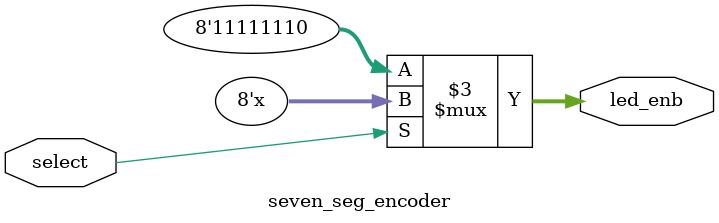
<source format=v>
`timescale 1ns / 1ps

module seven_seg_encoder(

    input select,
    output reg[7:0]led_enb

    );
    
    
    always@(select) begin
        
        case(select)
            1'b0 : led_enb = 8'b11111110;
        endcase
    end
    
endmodule
</source>
